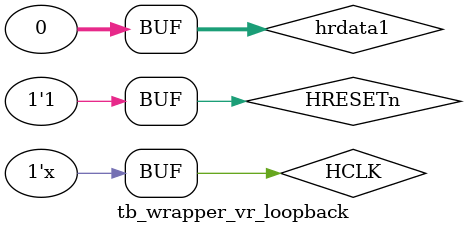
<source format=sv>
`include "cmsdk_ahb_filereadcore.v"
`include "cmsdk_ahb_fileread_funnel.v"
`include "cmsdk_ahb_fileread_master32.v"
`include "cmsdk_ahb_default_slave.v"
`include "cmsdk_ahb_slave_mux.v"
`include "wrapper_vr_loopback.sv"

`timescale 1ns/1ps

module tb_wrapper_vr_loopback;

parameter CLK_PERIOD = 10;
parameter ADDRWIDTH = 12;

// parameter InputFileName = "ahb_input_hash_stim.m2d";
parameter InputFileName = ("../stimulus/ahb_input_hash_stim.m2d");
parameter MessageTag = "FileReader:";
parameter StimArraySize = 10000;


//********************************************************************************
// Internal Wires
//********************************************************************************

// AHB Lite BUS SIGNALS
wire             hready;
wire             hresp;
wire [31:0]      hrdata;

wire [1:0]       htrans;
wire [2:0]       hburst;
wire [3:0]       hprot;
wire [2:0]       hsize;
wire             hwrite;
wire             hmastlock;
wire [31:0]      haddr;
wire [31:0]      hwdata;

// Accelerator AHB Signals
wire             hsel0;
wire             hreadyout0;
wire             hresp0;
wire [31:0]      hrdata0;

// Default Slave AHB Signals
wire             hsel1;
wire             hreadyout1;
wire             hresp1;
wire [31:0]      hrdata1;

reg              HCLK;
reg              HRESETn;

//********************************************************************************
// Clock and reset generation
//********************************************************************************

initial
  begin
    $dumpfile("wrapper_vr_loopback.vcd");
    $dumpvars(0, tb_wrapper_vr_loopback);
    HRESETn = 1'b0;
    HCLK    = 1'b0;
    # (10*CLK_PERIOD);
    HRESETn = 1'b1;
  end

always
  begin
    HCLK = #(CLK_PERIOD/2) ~HCLK;
  end


//********************************************************************************
// Address decoder, need to be changed for other configuration
//********************************************************************************
// 0x60010000 - 0x60010FFF : HSEL #0 - Hash Accelerator
// Other addresses         : HSEL #1 - Default slave

  assign hsel0 = (haddr[31:12] == 20'h60010)? 1'b1:1'b0;
  assign hsel1 = hsel0 ? 1'b0:1'b1;

//********************************************************************************
// File read bus master:
// generate AHB Master signal by reading a file which store the AHB Operations
//********************************************************************************

cmsdk_ahb_fileread_master32 #(InputFileName, 
                              MessageTag,
                              StimArraySize
) u_ahb_fileread_master32 (
  .HCLK            (HCLK),
  .HRESETn         (HRESETn),

  .HREADY          (hready),
  .HRESP           ({hresp}),  //AHB Lite response to AHB response
  .HRDATA          (hrdata),
  .EXRESP          (1'b0),     //  Exclusive response (tie low if not used)


  .HTRANS          (htrans),
  .HBURST          (hburst),
  .HPROT           (hprot),
  .EXREQ           (),        //  Exclusive access request (not used)
  .MEMATTR         (),        //  Memory attribute (not used)
  .HSIZE           (hsize),
  .HWRITE          (hwrite),
  .HMASTLOCK       (hmastlock),
  .HADDR           (haddr),
  .HWDATA          (hwdata),

  .LINENUM         ()

  );


//********************************************************************************
// Slave multiplexer module:
//  multiplex the slave signals to master, three ports are enabled
//********************************************************************************

 cmsdk_ahb_slave_mux  #(
   1, //PORT0_ENABLE
   1, //PORT1_ENABLE
   1, //PORT2_ENABLE
   0, //PORT3_ENABLE
   0, //PORT4_ENABLE
   0, //PORT5_ENABLE
   0, //PORT6_ENABLE
   0, //PORT7_ENABLE
   0, //PORT8_ENABLE
   0  //PORT9_ENABLE  
 ) u_ahb_slave_mux (
  .HCLK        (HCLK),
  .HRESETn     (HRESETn),
  .HREADY      (hready),
  .HSEL0       (hsel0),      // Input Port 0
  .HREADYOUT0  (hreadyout0),
  .HRESP0      (hresp0),
  .HRDATA0     (hrdata0),
  .HSEL1       (hsel1),      // Input Port 1
  .HREADYOUT1  (hreadyout1),
  .HRESP1      (hresp1),
  .HRDATA1     (hrdata1),
  .HSEL2       (1'b0),      // Input Port 2
  .HREADYOUT2  (),
  .HRESP2      (),
  .HRDATA2     (),
  .HSEL3       (1'b0),      // Input Port 3
  .HREADYOUT3  (),
  .HRESP3      (),
  .HRDATA3     (),
  .HSEL4       (1'b0),      // Input Port 4
  .HREADYOUT4  (),
  .HRESP4      (),
  .HRDATA4     (),
  .HSEL5       (1'b0),      // Input Port 5
  .HREADYOUT5  (),
  .HRESP5      (),
  .HRDATA5     (),
  .HSEL6       (1'b0),      // Input Port 6
  .HREADYOUT6  (),
  .HRESP6      (),
  .HRDATA6     (),
  .HSEL7       (1'b0),      // Input Port 7
  .HREADYOUT7  (),
  .HRESP7      (),
  .HRDATA7     (),
  .HSEL8       (1'b0),      // Input Port 8
  .HREADYOUT8  (),
  .HRESP8      (),
  .HRDATA8     (),
  .HSEL9       (1'b0),      // Input Port 9
  .HREADYOUT9  (),
  .HRESP9      (),
  .HRDATA9     (),

  .HREADYOUT   (hready),     // Outputs
  .HRESP       (hresp),
  .HRDATA      (hrdata)
  );


//********************************************************************************
// Slave module 1: example AHB slave module
//********************************************************************************
  wrapper_vr_loopback #(ADDRWIDTH
  ) accelerator (
  .HCLK        (HCLK),
  .HRESETn     (HRESETn),

  //  Input slave port: 32 bit data bus interface
  .HSELS       (hsel0),
  .HADDRS      (haddr[ADDRWIDTH-1:0]),
  .HTRANSS     (htrans),
  .HSIZES      (hsize),
  .HWRITES     (hwrite),
  .HREADYS     (hready),
  .HWDATAS     (hwdata),

  .HREADYOUTS  (hreadyout0),
  .HRESPS      (hresp0),
  .HRDATAS     (hrdata0)

  );


//********************************************************************************
// Slave module 2: AHB default slave module
//********************************************************************************
 cmsdk_ahb_default_slave  u_ahb_default_slave(
  .HCLK         (HCLK),
  .HRESETn      (HRESETn),
  .HSEL         (hsel1),
  .HTRANS       (htrans),
  .HREADY       (hready),
  .HREADYOUT    (hreadyout1),
  .HRESP        (hresp1)
  );

 assign hrdata1 = {32{1'b0}}; // Default slave don't have data

 endmodule
</source>
